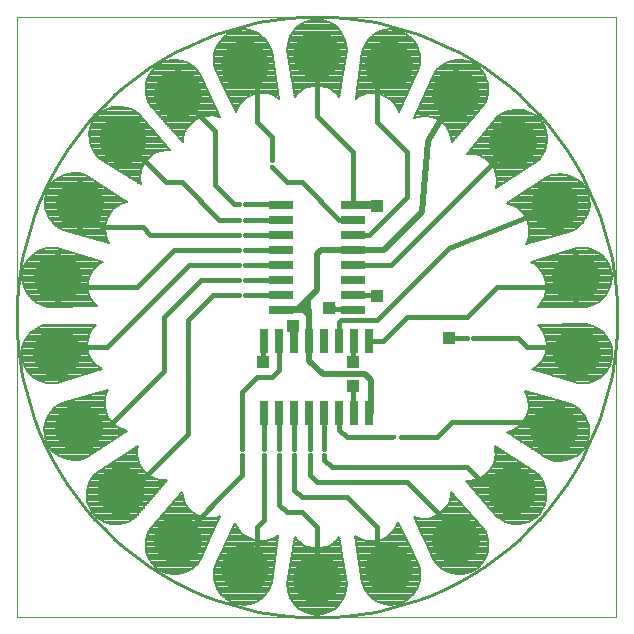
<source format=gtl>
G75*
G70*
%OFA0B0*%
%FSLAX24Y24*%
%IPPOS*%
%LPD*%
%AMOC8*
5,1,8,0,0,1.08239X$1,22.5*
%
%ADD10C,0.0000*%
%ADD11C,0.0100*%
%ADD12R,0.0300X0.0200*%
%ADD13R,0.0150X0.0410*%
%ADD14R,0.0230X0.0400*%
%ADD15R,0.0800X0.0260*%
%ADD16R,0.0260X0.0800*%
%ADD17R,0.0169X0.0110*%
%ADD18R,0.0110X0.0169*%
%ADD19C,0.1600*%
%ADD20C,0.0080*%
%ADD21C,0.0160*%
%ADD22R,0.0396X0.0396*%
%ADD23C,0.0200*%
D10*
X000162Y000162D02*
X000162Y020159D01*
X020133Y020159D01*
X020133Y000162D01*
X000162Y000162D01*
D11*
X000150Y010162D02*
X000162Y010653D01*
X000198Y011143D01*
X000258Y011631D01*
X000342Y012115D01*
X000450Y012595D01*
X000581Y013068D01*
X000735Y013535D01*
X000912Y013993D01*
X001111Y014443D01*
X001332Y014882D01*
X001574Y015309D01*
X001837Y015724D01*
X002120Y016126D01*
X002423Y016514D01*
X002744Y016886D01*
X003082Y017242D01*
X003438Y017580D01*
X003810Y017901D01*
X004198Y018204D01*
X004600Y018487D01*
X005015Y018750D01*
X005442Y018992D01*
X005881Y019213D01*
X006331Y019412D01*
X006789Y019589D01*
X007256Y019743D01*
X007729Y019874D01*
X008209Y019982D01*
X008693Y020066D01*
X009181Y020126D01*
X009671Y020162D01*
X010162Y020174D01*
X010653Y020162D01*
X011143Y020126D01*
X011631Y020066D01*
X012115Y019982D01*
X012595Y019874D01*
X013068Y019743D01*
X013535Y019589D01*
X013993Y019412D01*
X014443Y019213D01*
X014882Y018992D01*
X015309Y018750D01*
X015724Y018487D01*
X016126Y018204D01*
X016514Y017901D01*
X016886Y017580D01*
X017242Y017242D01*
X017580Y016886D01*
X017901Y016514D01*
X018204Y016126D01*
X018487Y015724D01*
X018750Y015309D01*
X018992Y014882D01*
X019213Y014443D01*
X019412Y013993D01*
X019589Y013535D01*
X019743Y013068D01*
X019874Y012595D01*
X019982Y012115D01*
X020066Y011631D01*
X020126Y011143D01*
X020162Y010653D01*
X020174Y010162D01*
X020162Y009671D01*
X020126Y009181D01*
X020066Y008693D01*
X019982Y008209D01*
X019874Y007729D01*
X019743Y007256D01*
X019589Y006789D01*
X019412Y006331D01*
X019213Y005881D01*
X018992Y005442D01*
X018750Y005015D01*
X018487Y004600D01*
X018204Y004198D01*
X017901Y003810D01*
X017580Y003438D01*
X017242Y003082D01*
X016886Y002744D01*
X016514Y002423D01*
X016126Y002120D01*
X015724Y001837D01*
X015309Y001574D01*
X014882Y001332D01*
X014443Y001111D01*
X013993Y000912D01*
X013535Y000735D01*
X013068Y000581D01*
X012595Y000450D01*
X012115Y000342D01*
X011631Y000258D01*
X011143Y000198D01*
X010653Y000162D01*
X010162Y000150D01*
X009671Y000162D01*
X009181Y000198D01*
X008693Y000258D01*
X008209Y000342D01*
X007729Y000450D01*
X007256Y000581D01*
X006789Y000735D01*
X006331Y000912D01*
X005881Y001111D01*
X005442Y001332D01*
X005015Y001574D01*
X004600Y001837D01*
X004198Y002120D01*
X003810Y002423D01*
X003438Y002744D01*
X003082Y003082D01*
X002744Y003438D01*
X002423Y003810D01*
X002120Y004198D01*
X001837Y004600D01*
X001574Y005015D01*
X001332Y005442D01*
X001111Y005881D01*
X000912Y006331D01*
X000735Y006789D01*
X000581Y007256D01*
X000450Y007729D01*
X000342Y008209D01*
X000258Y008693D01*
X000198Y009181D01*
X000162Y009671D01*
X000150Y010162D01*
D12*
X009812Y010562D03*
D13*
X009837Y010567D03*
D14*
X009877Y010562D03*
D15*
X008952Y010412D03*
X008952Y010912D03*
X008952Y011412D03*
X008952Y011912D03*
X008952Y012412D03*
X008952Y012912D03*
X008952Y013412D03*
X008952Y013912D03*
X011372Y013912D03*
X011372Y013412D03*
X011372Y012912D03*
X011372Y012412D03*
X011372Y011912D03*
X011372Y011412D03*
X011372Y010912D03*
X011372Y010412D03*
D16*
X011412Y009372D03*
X011912Y009372D03*
X010912Y009372D03*
X010412Y009372D03*
X009912Y009372D03*
X009412Y009372D03*
X008912Y009372D03*
X008412Y009372D03*
X008412Y006952D03*
X008912Y006952D03*
X009412Y006952D03*
X009912Y006952D03*
X010412Y006952D03*
X010912Y006952D03*
X011412Y006952D03*
X011912Y006952D03*
D17*
X010412Y005763D03*
X010412Y005562D03*
X009915Y005562D03*
X009915Y005763D03*
X009412Y005763D03*
X009412Y005562D03*
X008912Y005562D03*
X008912Y005763D03*
X008412Y005763D03*
X008412Y005562D03*
X007662Y005562D03*
X007662Y005763D03*
X008662Y015212D03*
X008662Y015413D03*
D18*
X007763Y013914D03*
X007562Y013914D03*
X007562Y013412D03*
X007763Y013412D03*
X007763Y012913D03*
X007562Y012913D03*
X007562Y012412D03*
X007763Y012412D03*
X007763Y011912D03*
X007562Y011912D03*
X007562Y011413D03*
X007763Y011413D03*
X007763Y010913D03*
X007562Y010913D03*
X012762Y006162D03*
X012963Y006162D03*
X015162Y009462D03*
X015363Y009462D03*
D19*
X018072Y006427D03*
X016673Y004370D03*
X014786Y002742D03*
X012559Y001754D03*
X010162Y001424D03*
X007766Y001754D03*
X005539Y002742D03*
X003621Y004370D03*
X002243Y006467D03*
X001507Y008964D03*
X001524Y011461D03*
X002253Y013898D03*
X003711Y016065D03*
X005539Y017583D03*
X007766Y018571D03*
X010162Y018901D03*
X012559Y018571D03*
X014786Y017583D03*
X016699Y015965D03*
X018082Y013858D03*
X018801Y011461D03*
X018821Y008964D03*
D20*
X018293Y008131D02*
X019576Y008131D01*
X019602Y008146D02*
X019722Y008249D01*
X019824Y008369D01*
X019906Y008503D01*
X019966Y008649D01*
X020003Y008802D01*
X020009Y008960D01*
X019990Y009116D01*
X019947Y009268D01*
X019881Y009411D01*
X019793Y009542D01*
X019686Y009657D01*
X019562Y009755D01*
X019425Y009831D01*
X019277Y009886D01*
X019122Y009916D01*
X017530Y009896D01*
X017629Y009789D01*
X017709Y009667D01*
X017769Y009534D01*
X017807Y009393D01*
X017823Y009248D01*
X017814Y009102D01*
X017783Y008959D01*
X017729Y008824D01*
X017655Y008698D01*
X017561Y008586D01*
X017451Y008491D01*
X017327Y008414D01*
X018855Y007966D01*
X019012Y007954D01*
X019169Y007966D01*
X019322Y008003D01*
X019468Y008064D01*
X019602Y008146D01*
X019675Y008209D02*
X018025Y008209D01*
X017757Y008288D02*
X019755Y008288D01*
X019821Y008366D02*
X017489Y008366D01*
X017377Y008445D02*
X019870Y008445D01*
X019914Y008523D02*
X017488Y008523D01*
X017574Y008602D02*
X019947Y008602D01*
X019974Y008680D02*
X017640Y008680D01*
X017691Y008759D02*
X019992Y008759D01*
X020004Y008837D02*
X017735Y008837D01*
X017766Y008916D02*
X020007Y008916D01*
X020005Y008994D02*
X017791Y008994D01*
X017808Y009073D02*
X019995Y009073D01*
X019980Y009151D02*
X017817Y009151D01*
X017822Y009230D02*
X019958Y009230D01*
X019928Y009308D02*
X017816Y009308D01*
X017808Y009387D02*
X019892Y009387D01*
X019844Y009465D02*
X017788Y009465D01*
X017765Y009544D02*
X019791Y009544D01*
X019719Y009622D02*
X017729Y009622D01*
X017687Y009701D02*
X019631Y009701D01*
X019518Y009779D02*
X017635Y009779D01*
X017565Y009858D02*
X019353Y009858D01*
X019268Y010545D02*
X019415Y010601D01*
X019552Y010679D01*
X019674Y010778D01*
X019780Y010895D01*
X019866Y011027D01*
X019931Y011171D01*
X019972Y011323D01*
X019989Y011480D01*
X019981Y011637D01*
X019942Y011790D01*
X019880Y011935D01*
X019796Y012068D01*
X019693Y012187D01*
X019572Y012288D01*
X019437Y012369D01*
X019290Y012427D01*
X019137Y012463D01*
X018980Y012473D01*
X018823Y012459D01*
X017300Y011993D01*
X017425Y011918D01*
X017537Y011823D01*
X017632Y011712D01*
X017708Y011588D01*
X017763Y011453D01*
X017796Y011311D01*
X017806Y011165D01*
X017793Y011020D01*
X017756Y010878D01*
X019765Y010878D01*
X019820Y010957D02*
X017777Y010957D01*
X017794Y011035D02*
X019870Y011035D01*
X019905Y011114D02*
X017801Y011114D01*
X017804Y011192D02*
X019936Y011192D01*
X019958Y011271D02*
X017799Y011271D01*
X017787Y011349D02*
X019975Y011349D01*
X019983Y011428D02*
X017769Y011428D01*
X017741Y011506D02*
X019987Y011506D01*
X019983Y011585D02*
X017709Y011585D01*
X017662Y011663D02*
X019974Y011663D01*
X019954Y011742D02*
X017607Y011742D01*
X017539Y011820D02*
X019929Y011820D01*
X019896Y011899D02*
X017448Y011899D01*
X017326Y011977D02*
X019854Y011977D01*
X019804Y012056D02*
X017505Y012056D01*
X017761Y012134D02*
X019739Y012134D01*
X019662Y012213D02*
X018018Y012213D01*
X018274Y012291D02*
X019567Y012291D01*
X019435Y012370D02*
X018530Y012370D01*
X018786Y012448D02*
X019200Y012448D01*
X018787Y013109D02*
X018648Y013035D01*
X017120Y012589D01*
X017183Y012721D01*
X017224Y012861D01*
X017243Y013005D01*
X017238Y013151D01*
X017210Y013294D01*
X017160Y013431D01*
X017088Y013559D01*
X016997Y013673D01*
X016889Y013771D01*
X016767Y013851D01*
X016633Y013910D01*
X016492Y013947D01*
X017823Y014822D01*
X017969Y014880D01*
X018123Y014913D01*
X018280Y014923D01*
X018437Y014908D01*
X018590Y014868D01*
X018734Y014805D01*
X018867Y014720D01*
X018985Y014615D01*
X019085Y014494D01*
X019165Y014358D01*
X019216Y014209D01*
X019244Y014054D01*
X019247Y013896D01*
X019226Y013740D01*
X019180Y013590D01*
X019112Y013448D01*
X019022Y013318D01*
X018913Y013205D01*
X018787Y013109D01*
X018725Y013076D02*
X017241Y013076D01*
X017242Y012998D02*
X018520Y012998D01*
X018847Y013155D02*
X017237Y013155D01*
X017222Y013233D02*
X018940Y013233D01*
X019015Y013312D02*
X017204Y013312D01*
X017175Y013390D02*
X019072Y013390D01*
X019122Y013469D02*
X017139Y013469D01*
X017095Y013547D02*
X019160Y013547D01*
X019191Y013626D02*
X017035Y013626D01*
X016963Y013704D02*
X019215Y013704D01*
X019232Y013783D02*
X016871Y013783D01*
X016743Y013861D02*
X019243Y013861D01*
X019247Y013940D02*
X016520Y013940D01*
X016600Y014018D02*
X019245Y014018D01*
X019237Y014097D02*
X016719Y014097D01*
X016839Y014175D02*
X019223Y014175D01*
X019201Y014254D02*
X016958Y014254D01*
X017078Y014332D02*
X019174Y014332D01*
X019134Y014411D02*
X017197Y014411D01*
X017316Y014489D02*
X019088Y014489D01*
X019024Y014568D02*
X017436Y014568D01*
X017555Y014646D02*
X018950Y014646D01*
X018860Y014725D02*
X017674Y014725D01*
X017794Y014803D02*
X018737Y014803D01*
X018537Y014882D02*
X017978Y014882D01*
X017492Y015353D02*
X015876Y015353D01*
X015829Y015399D02*
X015933Y015297D01*
X016020Y015180D01*
X016087Y015050D01*
X016133Y014911D01*
X016155Y014767D01*
X016155Y014621D01*
X016131Y014477D01*
X017473Y015334D01*
X017586Y015445D01*
X017679Y015571D01*
X017752Y015711D01*
X017802Y015860D01*
X017828Y016016D01*
X017830Y016173D01*
X017807Y016329D01*
X017759Y016480D01*
X017689Y016621D01*
X017598Y016749D01*
X017483Y016857D01*
X017353Y016946D01*
X017210Y017013D01*
X017059Y017057D01*
X016903Y017077D01*
X016745Y017072D01*
X016590Y017043D01*
X016442Y016990D01*
X016304Y016914D01*
X016179Y016818D01*
X015148Y015604D01*
X015294Y015608D01*
X015438Y015589D01*
X015578Y015547D01*
X015709Y015483D01*
X015829Y015399D01*
X015783Y015431D02*
X017572Y015431D01*
X017634Y015510D02*
X015655Y015510D01*
X015950Y015274D02*
X017379Y015274D01*
X017256Y015196D02*
X016008Y015196D01*
X016052Y015117D02*
X017133Y015117D01*
X017010Y015039D02*
X016091Y015039D01*
X016117Y014960D02*
X016887Y014960D01*
X016764Y014882D02*
X016137Y014882D01*
X016150Y014803D02*
X016642Y014803D01*
X016519Y014725D02*
X016155Y014725D01*
X016155Y014646D02*
X016396Y014646D01*
X016273Y014568D02*
X016146Y014568D01*
X016150Y014489D02*
X016133Y014489D01*
X015442Y015588D02*
X017688Y015588D01*
X017729Y015667D02*
X015201Y015667D01*
X015267Y015745D02*
X017764Y015745D01*
X017790Y015824D02*
X015334Y015824D01*
X015401Y015902D02*
X017809Y015902D01*
X017822Y015981D02*
X015467Y015981D01*
X015534Y016059D02*
X017829Y016059D01*
X017829Y016138D02*
X015601Y016138D01*
X015668Y016216D02*
X017823Y016216D01*
X017812Y016295D02*
X015734Y016295D01*
X015801Y016373D02*
X017793Y016373D01*
X017768Y016452D02*
X015868Y016452D01*
X015935Y016530D02*
X017734Y016530D01*
X017695Y016609D02*
X016001Y016609D01*
X016068Y016687D02*
X017642Y016687D01*
X017580Y016766D02*
X016135Y016766D01*
X016213Y016844D02*
X017496Y016844D01*
X017386Y016923D02*
X016319Y016923D01*
X016473Y017001D02*
X017235Y017001D01*
X015838Y017480D02*
X015869Y017635D01*
X015875Y017792D01*
X015856Y017949D01*
X015813Y018100D01*
X013979Y018100D01*
X014014Y018179D02*
X015777Y018179D01*
X015747Y018243D02*
X015660Y018374D01*
X015553Y018490D01*
X015429Y018588D01*
X015288Y018659D01*
X015139Y018708D01*
X014983Y018732D01*
X014825Y018732D01*
X014670Y018707D01*
X014520Y018659D01*
X014380Y018587D01*
X014252Y018494D01*
X014141Y018383D01*
X014048Y018255D01*
X013399Y016801D01*
X013538Y016846D01*
X013682Y016868D01*
X013828Y016867D01*
X013972Y016843D01*
X014110Y016795D01*
X014239Y016727D01*
X014355Y016639D01*
X014456Y016533D01*
X014539Y016413D01*
X014601Y016281D01*
X014641Y016140D01*
X014659Y015995D01*
X015707Y017195D01*
X015783Y017332D01*
X015838Y017480D01*
X015835Y017472D02*
X013698Y017472D01*
X013663Y017394D02*
X015806Y017394D01*
X015774Y017315D02*
X013628Y017315D01*
X013593Y017237D02*
X015730Y017237D01*
X015674Y017158D02*
X013558Y017158D01*
X013523Y017080D02*
X015606Y017080D01*
X015537Y017001D02*
X013488Y017001D01*
X013453Y016923D02*
X015469Y016923D01*
X015400Y016844D02*
X013963Y016844D01*
X014166Y016766D02*
X015332Y016766D01*
X015263Y016687D02*
X014291Y016687D01*
X014384Y016609D02*
X015195Y016609D01*
X015126Y016530D02*
X014458Y016530D01*
X014512Y016452D02*
X015057Y016452D01*
X014989Y016373D02*
X014557Y016373D01*
X014594Y016295D02*
X014920Y016295D01*
X014852Y016216D02*
X014620Y016216D01*
X014642Y016138D02*
X014783Y016138D01*
X014715Y016059D02*
X014651Y016059D01*
X013531Y016844D02*
X013418Y016844D01*
X012914Y017080D02*
X012854Y017080D01*
X012825Y017146D02*
X012883Y017012D01*
X013551Y018457D01*
X013587Y018611D01*
X013597Y018768D01*
X013583Y018925D01*
X013545Y019078D01*
X013483Y019223D01*
X013400Y019356D01*
X011837Y019356D01*
X011791Y019296D02*
X011887Y019421D01*
X012002Y019529D01*
X012132Y019618D01*
X012274Y019686D01*
X012425Y019730D01*
X012582Y019750D01*
X012739Y019745D01*
X012894Y019716D01*
X013040Y019657D01*
X013175Y019576D01*
X013296Y019475D01*
X013400Y019356D01*
X013449Y019278D02*
X011780Y019278D01*
X011791Y019296D02*
X011715Y019158D01*
X011662Y019010D01*
X011447Y017432D01*
X011568Y017514D01*
X011700Y017576D01*
X011840Y017615D01*
X011985Y017632D01*
X012131Y017626D01*
X012274Y017596D01*
X012410Y017544D01*
X012537Y017471D01*
X012650Y017379D01*
X012747Y017270D01*
X012825Y017146D01*
X012818Y017158D02*
X012950Y017158D01*
X012986Y017237D02*
X012768Y017237D01*
X012706Y017315D02*
X013023Y017315D01*
X013059Y017394D02*
X012632Y017394D01*
X012535Y017472D02*
X013095Y017472D01*
X013132Y017551D02*
X012394Y017551D01*
X012059Y017629D02*
X013168Y017629D01*
X013204Y017708D02*
X011484Y017708D01*
X011495Y017786D02*
X013241Y017786D01*
X013277Y017865D02*
X011506Y017865D01*
X011516Y017943D02*
X013313Y017943D01*
X013350Y018022D02*
X011527Y018022D01*
X011538Y018100D02*
X013386Y018100D01*
X013422Y018179D02*
X011549Y018179D01*
X011559Y018257D02*
X013459Y018257D01*
X013495Y018336D02*
X011570Y018336D01*
X011581Y018414D02*
X013531Y018414D01*
X013559Y018493D02*
X011591Y018493D01*
X011602Y018571D02*
X013577Y018571D01*
X013589Y018650D02*
X011613Y018650D01*
X011624Y018728D02*
X013595Y018728D01*
X013594Y018807D02*
X011634Y018807D01*
X011645Y018885D02*
X013587Y018885D01*
X013574Y018964D02*
X011656Y018964D01*
X011674Y019042D02*
X013554Y019042D01*
X013527Y019121D02*
X011702Y019121D01*
X011737Y019199D02*
X013494Y019199D01*
X013332Y019435D02*
X011901Y019435D01*
X011984Y019513D02*
X013251Y019513D01*
X013150Y019592D02*
X012093Y019592D01*
X012242Y019670D02*
X013008Y019670D01*
X012627Y019749D02*
X012571Y019749D01*
X011104Y019381D02*
X011137Y019227D01*
X011147Y019070D01*
X010911Y017495D01*
X010818Y017608D01*
X010708Y017704D01*
X010584Y017782D01*
X010450Y017839D01*
X010308Y017873D01*
X010162Y017885D01*
X010017Y017873D01*
X009875Y017839D01*
X009741Y017782D01*
X009617Y017704D01*
X009507Y017608D01*
X009414Y017495D01*
X009178Y019070D01*
X009188Y019227D01*
X009221Y019381D01*
X009279Y019528D01*
X009358Y019664D01*
X009458Y019786D01*
X009576Y019890D01*
X009709Y019975D01*
X009853Y020038D01*
X010006Y020078D01*
X010162Y020094D01*
X010319Y020078D01*
X010472Y020038D01*
X010616Y019975D01*
X010749Y019890D01*
X010867Y019786D01*
X010967Y019664D01*
X011046Y019528D01*
X011104Y019381D01*
X011109Y019356D02*
X009216Y019356D01*
X009199Y019278D02*
X011126Y019278D01*
X011139Y019199D02*
X009186Y019199D01*
X009181Y019121D02*
X011144Y019121D01*
X011143Y019042D02*
X009182Y019042D01*
X009194Y018964D02*
X011131Y018964D01*
X011119Y018885D02*
X009206Y018885D01*
X009218Y018807D02*
X011107Y018807D01*
X011095Y018728D02*
X009230Y018728D01*
X009241Y018650D02*
X011084Y018650D01*
X011072Y018571D02*
X009253Y018571D01*
X009265Y018493D02*
X011060Y018493D01*
X011048Y018414D02*
X009277Y018414D01*
X009288Y018336D02*
X011037Y018336D01*
X011025Y018257D02*
X009300Y018257D01*
X009312Y018179D02*
X011013Y018179D01*
X011001Y018100D02*
X009324Y018100D01*
X009335Y018022D02*
X010989Y018022D01*
X010978Y017943D02*
X009347Y017943D01*
X009359Y017865D02*
X009982Y017865D01*
X010343Y017865D02*
X010966Y017865D01*
X010954Y017786D02*
X010574Y017786D01*
X010702Y017708D02*
X010942Y017708D01*
X010931Y017629D02*
X010793Y017629D01*
X010865Y017551D02*
X010919Y017551D01*
X011452Y017472D02*
X011506Y017472D01*
X011463Y017551D02*
X011646Y017551D01*
X011474Y017629D02*
X011957Y017629D01*
X013733Y017551D02*
X015852Y017551D01*
X015867Y017629D02*
X013768Y017629D01*
X013803Y017708D02*
X015871Y017708D01*
X015874Y017786D02*
X013838Y017786D01*
X013874Y017865D02*
X015866Y017865D01*
X015857Y017943D02*
X013909Y017943D01*
X013944Y018022D02*
X015835Y018022D01*
X015813Y018100D02*
X015747Y018243D01*
X015738Y018257D02*
X014049Y018257D01*
X014106Y018336D02*
X015686Y018336D01*
X015623Y018414D02*
X014172Y018414D01*
X014250Y018493D02*
X015549Y018493D01*
X015450Y018571D02*
X014358Y018571D01*
X014502Y018650D02*
X015307Y018650D01*
X015009Y018728D02*
X014800Y018728D01*
X011083Y019435D02*
X009242Y019435D01*
X009273Y019513D02*
X011052Y019513D01*
X011009Y019592D02*
X009316Y019592D01*
X009364Y019670D02*
X010961Y019670D01*
X010897Y019749D02*
X009428Y019749D01*
X009505Y019827D02*
X010820Y019827D01*
X010725Y019906D02*
X009600Y019906D01*
X009729Y019984D02*
X010596Y019984D01*
X010379Y020063D02*
X009946Y020063D01*
X008541Y019278D02*
X006874Y019278D01*
X006834Y019212D02*
X006774Y019066D01*
X006737Y018913D01*
X006725Y018756D01*
X006738Y018598D01*
X006775Y018445D01*
X007462Y017008D01*
X007517Y017143D01*
X007594Y017267D01*
X007690Y017378D01*
X007802Y017471D01*
X007927Y017546D01*
X008063Y017600D01*
X008205Y017631D01*
X008351Y017639D01*
X008496Y017624D01*
X008637Y017586D01*
X008770Y017526D01*
X008892Y017446D01*
X008658Y019021D01*
X008603Y019169D01*
X008526Y019306D01*
X008428Y019429D01*
X008312Y019536D01*
X008181Y019623D01*
X008037Y019689D01*
X007886Y019731D01*
X007729Y019750D01*
X007572Y019743D01*
X007417Y019712D01*
X007272Y019651D01*
X007138Y019569D01*
X007018Y019466D01*
X006916Y019346D01*
X006834Y019212D01*
X006829Y019199D02*
X008586Y019199D01*
X008621Y019121D02*
X006796Y019121D01*
X006768Y019042D02*
X008650Y019042D01*
X008666Y018964D02*
X006750Y018964D01*
X006735Y018885D02*
X008678Y018885D01*
X008690Y018807D02*
X006729Y018807D01*
X006728Y018728D02*
X008701Y018728D01*
X008713Y018650D02*
X006734Y018650D01*
X006745Y018571D02*
X008725Y018571D01*
X008736Y018493D02*
X006764Y018493D01*
X006790Y018414D02*
X008748Y018414D01*
X008760Y018336D02*
X006828Y018336D01*
X006865Y018257D02*
X008771Y018257D01*
X008783Y018179D02*
X006903Y018179D01*
X006940Y018100D02*
X008795Y018100D01*
X008806Y018022D02*
X006978Y018022D01*
X007015Y017943D02*
X008818Y017943D01*
X008830Y017865D02*
X007053Y017865D01*
X007090Y017786D02*
X008842Y017786D01*
X008853Y017708D02*
X007128Y017708D01*
X007165Y017629D02*
X008196Y017629D01*
X008451Y017629D02*
X008865Y017629D01*
X008877Y017551D02*
X008717Y017551D01*
X008852Y017472D02*
X008888Y017472D01*
X009406Y017551D02*
X009460Y017551D01*
X009394Y017629D02*
X009532Y017629D01*
X009623Y017708D02*
X009383Y017708D01*
X009371Y017786D02*
X009751Y017786D01*
X007938Y017551D02*
X007203Y017551D01*
X007240Y017472D02*
X007803Y017472D01*
X007709Y017394D02*
X007278Y017394D01*
X007315Y017315D02*
X007636Y017315D01*
X007575Y017237D02*
X007353Y017237D01*
X007390Y017158D02*
X007527Y017158D01*
X007491Y017080D02*
X007428Y017080D01*
X006924Y016844D02*
X006853Y016844D01*
X006796Y016862D02*
X006936Y016819D01*
X006269Y018264D01*
X006175Y018391D01*
X006062Y018501D01*
X005933Y018592D01*
X005792Y018662D01*
X005642Y018709D01*
X005486Y018732D01*
X005328Y018730D01*
X005173Y018703D01*
X005024Y018653D01*
X004884Y018580D01*
X004761Y018481D01*
X004656Y018364D01*
X004570Y018232D01*
X004506Y018088D01*
X004465Y017936D01*
X004448Y017779D01*
X004456Y017622D01*
X004489Y017467D01*
X004545Y017320D01*
X004623Y017184D01*
X005685Y015997D01*
X005701Y016142D01*
X005740Y016283D01*
X005801Y016416D01*
X005882Y016537D01*
X005981Y016644D01*
X006097Y016734D01*
X006225Y016804D01*
X006362Y016853D01*
X006506Y016879D01*
X006652Y016882D01*
X006796Y016862D01*
X006888Y016923D02*
X004857Y016923D01*
X004787Y017001D02*
X006852Y017001D01*
X006815Y017080D02*
X004717Y017080D01*
X004646Y017158D02*
X006779Y017158D01*
X006743Y017237D02*
X004593Y017237D01*
X004548Y017315D02*
X006707Y017315D01*
X006671Y017394D02*
X004517Y017394D01*
X004488Y017472D02*
X006634Y017472D01*
X006598Y017551D02*
X004471Y017551D01*
X004456Y017629D02*
X006562Y017629D01*
X006526Y017708D02*
X004452Y017708D01*
X004449Y017786D02*
X006489Y017786D01*
X006453Y017865D02*
X004457Y017865D01*
X004467Y017943D02*
X006417Y017943D01*
X006381Y018022D02*
X004488Y018022D01*
X004511Y018100D02*
X006345Y018100D01*
X006308Y018179D02*
X004546Y018179D01*
X004586Y018257D02*
X006272Y018257D01*
X006216Y018336D02*
X004638Y018336D01*
X004701Y018414D02*
X006151Y018414D01*
X006070Y018493D02*
X004776Y018493D01*
X004873Y018571D02*
X005963Y018571D01*
X005817Y018650D02*
X005017Y018650D01*
X005318Y018728D02*
X005510Y018728D01*
X006924Y019356D02*
X008486Y019356D01*
X008422Y019435D02*
X006991Y019435D01*
X007073Y019513D02*
X008337Y019513D01*
X008228Y019592D02*
X007175Y019592D01*
X007317Y019670D02*
X008079Y019670D01*
X007738Y019749D02*
X007705Y019749D01*
X006338Y016844D02*
X004927Y016844D01*
X004998Y016766D02*
X006155Y016766D01*
X006037Y016687D02*
X005068Y016687D01*
X005138Y016609D02*
X005948Y016609D01*
X005877Y016530D02*
X005208Y016530D01*
X005279Y016452D02*
X005825Y016452D01*
X005781Y016373D02*
X005349Y016373D01*
X005419Y016295D02*
X005745Y016295D01*
X005722Y016216D02*
X005490Y016216D01*
X005560Y016138D02*
X005701Y016138D01*
X005692Y016059D02*
X005630Y016059D01*
X005267Y015724D02*
X004220Y016924D01*
X004095Y017019D01*
X003956Y017093D01*
X003807Y017144D01*
X003651Y017172D01*
X003494Y017175D01*
X003338Y017153D01*
X003187Y017107D01*
X003046Y017038D01*
X002916Y016947D01*
X002803Y016838D01*
X002713Y016709D01*
X002645Y016567D01*
X002599Y016416D01*
X002578Y016260D01*
X002581Y016102D01*
X002609Y015947D01*
X002661Y015798D01*
X002736Y015659D01*
X002831Y015534D01*
X002945Y015425D01*
X004297Y014584D01*
X004272Y014728D01*
X004269Y014874D01*
X004290Y015018D01*
X004334Y015158D01*
X004400Y015288D01*
X004485Y015407D01*
X004588Y015510D01*
X004707Y015595D01*
X004837Y015661D01*
X004976Y015705D01*
X005121Y015726D01*
X005267Y015724D01*
X005248Y015745D02*
X002690Y015745D01*
X002652Y015824D02*
X005179Y015824D01*
X005111Y015902D02*
X002625Y015902D01*
X002603Y015981D02*
X005043Y015981D01*
X004974Y016059D02*
X002589Y016059D01*
X002580Y016138D02*
X004906Y016138D01*
X004837Y016216D02*
X002579Y016216D01*
X002583Y016295D02*
X004769Y016295D01*
X004701Y016373D02*
X002593Y016373D01*
X002610Y016452D02*
X004632Y016452D01*
X004564Y016530D02*
X002634Y016530D01*
X002665Y016609D02*
X004495Y016609D01*
X004427Y016687D02*
X002703Y016687D01*
X002753Y016766D02*
X004359Y016766D01*
X004290Y016844D02*
X002809Y016844D01*
X002891Y016923D02*
X004222Y016923D01*
X004118Y017001D02*
X002993Y017001D01*
X003131Y017080D02*
X003981Y017080D01*
X003729Y017158D02*
X003376Y017158D01*
X002732Y015667D02*
X004856Y015667D01*
X004697Y015588D02*
X002790Y015588D01*
X002856Y015510D02*
X004588Y015510D01*
X004510Y015431D02*
X002938Y015431D01*
X003061Y015353D02*
X004446Y015353D01*
X004393Y015274D02*
X003187Y015274D01*
X003314Y015196D02*
X004353Y015196D01*
X004321Y015117D02*
X003440Y015117D01*
X003566Y015039D02*
X004297Y015039D01*
X004282Y014960D02*
X003692Y014960D01*
X003819Y014882D02*
X004270Y014882D01*
X004270Y014803D02*
X003945Y014803D01*
X004071Y014725D02*
X004272Y014725D01*
X004286Y014646D02*
X004198Y014646D01*
X003701Y014097D02*
X001091Y014097D01*
X001088Y014080D02*
X001087Y013922D01*
X001111Y013767D01*
X001158Y013616D01*
X001228Y013475D01*
X001320Y013347D01*
X001430Y013235D01*
X001557Y013141D01*
X001697Y013068D01*
X003231Y012641D01*
X003166Y012772D01*
X003123Y012911D01*
X003103Y013056D01*
X003106Y013202D01*
X003132Y013345D01*
X003180Y013483D01*
X003251Y013611D01*
X003340Y013726D01*
X003447Y013826D01*
X003568Y013907D01*
X003701Y013968D01*
X003842Y014007D01*
X002501Y014865D01*
X002353Y014921D01*
X002199Y014953D01*
X002042Y014960D01*
X001885Y014943D01*
X001733Y014902D01*
X001589Y014837D01*
X001458Y014751D01*
X001341Y014645D01*
X001242Y014522D01*
X001164Y014385D01*
X001114Y014235D01*
X001088Y014080D01*
X001088Y014018D02*
X003824Y014018D01*
X003640Y013940D02*
X001087Y013940D01*
X001096Y013861D02*
X003500Y013861D01*
X003401Y013783D02*
X001108Y013783D01*
X001130Y013704D02*
X003323Y013704D01*
X003262Y013626D02*
X001155Y013626D01*
X001193Y013547D02*
X003216Y013547D01*
X003175Y013469D02*
X001233Y013469D01*
X001289Y013390D02*
X003148Y013390D01*
X003126Y013312D02*
X001355Y013312D01*
X001433Y013233D02*
X003111Y013233D01*
X003105Y013155D02*
X001539Y013155D01*
X001682Y013076D02*
X003103Y013076D01*
X003111Y012998D02*
X001951Y012998D01*
X002233Y012919D02*
X003122Y012919D01*
X003145Y012841D02*
X002514Y012841D01*
X002796Y012762D02*
X003171Y012762D01*
X003210Y012684D02*
X003078Y012684D01*
X002867Y012056D02*
X000521Y012056D01*
X000439Y011922D01*
X000379Y011776D01*
X000342Y011623D01*
X000336Y011465D01*
X000355Y011309D01*
X000398Y011157D01*
X000464Y011014D01*
X000552Y010883D01*
X000659Y010768D01*
X000783Y010670D01*
X000920Y010594D01*
X001068Y010539D01*
X001223Y010509D01*
X002815Y010529D01*
X002716Y010636D01*
X002636Y010758D01*
X002576Y010891D01*
X002538Y011032D01*
X002522Y011177D01*
X002531Y011323D01*
X002562Y011466D01*
X002615Y011601D01*
X002690Y011727D01*
X002784Y011839D01*
X002894Y011934D01*
X003018Y012011D01*
X001490Y012459D01*
X001333Y012471D01*
X001176Y012459D01*
X001023Y012422D01*
X000877Y012361D01*
X000743Y012279D01*
X000623Y012176D01*
X000521Y012056D01*
X000473Y011977D02*
X002963Y011977D01*
X002853Y011899D02*
X000429Y011899D01*
X000397Y011820D02*
X002768Y011820D01*
X002702Y011742D02*
X000371Y011742D01*
X000352Y011663D02*
X002652Y011663D01*
X002609Y011585D02*
X000341Y011585D01*
X000338Y011506D02*
X002578Y011506D01*
X002553Y011428D02*
X000341Y011428D01*
X000350Y011349D02*
X002536Y011349D01*
X002528Y011271D02*
X000366Y011271D01*
X000388Y011192D02*
X002523Y011192D01*
X002529Y011114D02*
X000418Y011114D01*
X000455Y011035D02*
X002537Y011035D01*
X002558Y010957D02*
X000503Y010957D01*
X000557Y010878D02*
X002582Y010878D01*
X002617Y010800D02*
X000630Y010800D01*
X000718Y010721D02*
X002660Y010721D01*
X002712Y010643D02*
X000833Y010643D01*
X001001Y010564D02*
X002783Y010564D01*
X002787Y009912D02*
X001194Y009913D01*
X001040Y009880D01*
X000893Y009824D01*
X000756Y009746D01*
X000634Y009647D01*
X000528Y009530D01*
X000442Y009398D01*
X000377Y009254D01*
X000336Y009102D01*
X000319Y008945D01*
X000327Y008788D01*
X000366Y008635D01*
X000428Y008490D01*
X000511Y008357D01*
X000615Y008238D01*
X000736Y008137D01*
X000871Y008056D01*
X001017Y007997D01*
X001171Y007962D01*
X001328Y007952D01*
X001485Y007966D01*
X003008Y008432D01*
X002883Y008507D01*
X002771Y008602D01*
X002676Y008713D01*
X002600Y008837D01*
X002545Y008972D01*
X002512Y009114D01*
X002502Y009260D01*
X002515Y009405D01*
X002552Y009547D01*
X002610Y009681D01*
X002689Y009803D01*
X002787Y009912D01*
X002738Y009858D02*
X000981Y009858D01*
X000815Y009779D02*
X002674Y009779D01*
X002623Y009701D02*
X000700Y009701D01*
X000611Y009622D02*
X002584Y009622D01*
X002551Y009544D02*
X000540Y009544D01*
X000486Y009465D02*
X002531Y009465D01*
X002513Y009387D02*
X000437Y009387D01*
X000402Y009308D02*
X002506Y009308D01*
X002504Y009230D02*
X000371Y009230D01*
X000350Y009151D02*
X002509Y009151D01*
X002521Y009073D02*
X000333Y009073D01*
X000325Y008994D02*
X002540Y008994D01*
X002568Y008916D02*
X000321Y008916D01*
X000325Y008837D02*
X002600Y008837D01*
X002648Y008759D02*
X000335Y008759D01*
X000355Y008680D02*
X002704Y008680D01*
X002771Y008602D02*
X000380Y008602D01*
X000414Y008523D02*
X002864Y008523D01*
X002987Y008445D02*
X000456Y008445D01*
X000506Y008366D02*
X002792Y008366D01*
X002536Y008288D02*
X000572Y008288D01*
X000650Y008209D02*
X002279Y008209D01*
X002023Y008131D02*
X000747Y008131D01*
X000882Y008052D02*
X001767Y008052D01*
X001511Y007974D02*
X001122Y007974D01*
X001538Y007216D02*
X001412Y007120D01*
X001303Y007007D01*
X001213Y006877D01*
X001145Y006735D01*
X001099Y006585D01*
X001077Y006429D01*
X001081Y006271D01*
X001109Y006116D01*
X001160Y005967D01*
X001240Y005831D01*
X001340Y005710D01*
X001458Y005605D01*
X001591Y005520D01*
X001735Y005457D01*
X001888Y005417D01*
X002045Y005402D01*
X002202Y005412D01*
X002356Y005445D01*
X002502Y005503D01*
X003833Y006378D01*
X003692Y006415D01*
X003558Y006474D01*
X003436Y006554D01*
X003328Y006652D01*
X003237Y006766D01*
X003165Y006894D01*
X003115Y007030D01*
X003087Y007174D01*
X003082Y007320D01*
X003101Y007464D01*
X003142Y007604D01*
X003205Y007736D01*
X001677Y007290D01*
X001538Y007216D01*
X001502Y007189D02*
X003086Y007189D01*
X003084Y007267D02*
X001634Y007267D01*
X001867Y007346D02*
X003085Y007346D01*
X003096Y007424D02*
X002136Y007424D01*
X002405Y007503D02*
X003112Y007503D01*
X003135Y007581D02*
X002674Y007581D01*
X002943Y007660D02*
X003169Y007660D01*
X003099Y007110D02*
X001402Y007110D01*
X001327Y007032D02*
X003115Y007032D01*
X003143Y006953D02*
X001266Y006953D01*
X001212Y006875D02*
X003176Y006875D01*
X003220Y006796D02*
X001174Y006796D01*
X001139Y006718D02*
X003276Y006718D01*
X003342Y006639D02*
X001115Y006639D01*
X001096Y006561D02*
X003429Y006561D01*
X003546Y006482D02*
X001085Y006482D01*
X001078Y006404D02*
X003736Y006404D01*
X003752Y006325D02*
X001080Y006325D01*
X001085Y006247D02*
X003633Y006247D01*
X003514Y006168D02*
X001099Y006168D01*
X001118Y006090D02*
X003394Y006090D01*
X003275Y006011D02*
X001145Y006011D01*
X001181Y005933D02*
X003156Y005933D01*
X003036Y005854D02*
X001227Y005854D01*
X001286Y005776D02*
X002917Y005776D01*
X002798Y005697D02*
X001354Y005697D01*
X001443Y005619D02*
X002678Y005619D01*
X002559Y005540D02*
X001560Y005540D01*
X001725Y005462D02*
X002397Y005462D01*
X002847Y005001D02*
X002734Y004890D01*
X002641Y004764D01*
X002568Y004624D01*
X002518Y004475D01*
X002492Y004319D01*
X002490Y004162D01*
X002513Y004006D01*
X002561Y003855D01*
X002631Y003714D01*
X002722Y003586D01*
X002837Y003478D01*
X002967Y003389D01*
X003110Y003322D01*
X003261Y003278D01*
X003417Y003258D01*
X003575Y003263D01*
X003730Y003292D01*
X003878Y003345D01*
X004016Y003421D01*
X004141Y003517D01*
X005172Y004731D01*
X005026Y004727D01*
X004882Y004746D01*
X004742Y004788D01*
X004611Y004852D01*
X004491Y004936D01*
X004387Y005038D01*
X004300Y005155D01*
X004233Y005285D01*
X004187Y005424D01*
X004165Y005568D01*
X004165Y005714D01*
X004189Y005858D01*
X002847Y005001D01*
X002836Y004991D02*
X004435Y004991D01*
X004364Y005069D02*
X002954Y005069D01*
X003077Y005148D02*
X004306Y005148D01*
X004263Y005226D02*
X003200Y005226D01*
X003323Y005305D02*
X004226Y005305D01*
X004201Y005383D02*
X003445Y005383D01*
X003568Y005462D02*
X004181Y005462D01*
X004169Y005540D02*
X003691Y005540D01*
X003814Y005619D02*
X004165Y005619D01*
X004165Y005697D02*
X003937Y005697D01*
X004060Y005776D02*
X004175Y005776D01*
X004183Y005854D02*
X004188Y005854D01*
X004525Y004912D02*
X002757Y004912D01*
X002692Y004834D02*
X004649Y004834D01*
X004851Y004755D02*
X002636Y004755D01*
X002595Y004677D02*
X005126Y004677D01*
X005060Y004598D02*
X002559Y004598D01*
X002533Y004520D02*
X004993Y004520D01*
X004926Y004441D02*
X002512Y004441D01*
X002499Y004363D02*
X004859Y004363D01*
X004793Y004284D02*
X002491Y004284D01*
X002491Y004206D02*
X004726Y004206D01*
X004659Y004127D02*
X002495Y004127D01*
X002507Y004049D02*
X004592Y004049D01*
X004526Y003970D02*
X002525Y003970D01*
X002549Y003892D02*
X004459Y003892D01*
X004392Y003813D02*
X002582Y003813D01*
X002621Y003735D02*
X004326Y003735D01*
X004259Y003656D02*
X002673Y003656D01*
X002732Y003578D02*
X004192Y003578D01*
X004117Y003499D02*
X002815Y003499D01*
X002922Y003421D02*
X004016Y003421D01*
X003869Y003342D02*
X003068Y003342D01*
X003374Y003264D02*
X003579Y003264D01*
X004487Y002845D02*
X004456Y002690D01*
X004450Y002533D01*
X004469Y002376D01*
X004512Y002225D01*
X004578Y002082D01*
X004665Y001951D01*
X004772Y001835D01*
X004896Y001737D01*
X005037Y001666D01*
X005186Y001617D01*
X005342Y001593D01*
X005500Y001593D01*
X005655Y001618D01*
X005805Y001666D01*
X005945Y001738D01*
X006073Y001831D01*
X006184Y001942D01*
X006277Y002070D01*
X006926Y003524D01*
X006787Y003479D01*
X006643Y003457D01*
X006497Y003458D01*
X006353Y003482D01*
X006215Y003530D01*
X006086Y003598D01*
X005970Y003686D01*
X005869Y003792D01*
X005786Y003912D01*
X005724Y004044D01*
X005684Y004185D01*
X005666Y004330D01*
X004618Y003130D01*
X004542Y002993D01*
X004487Y002845D01*
X004497Y002871D02*
X006635Y002871D01*
X006670Y002950D02*
X004526Y002950D01*
X004561Y003028D02*
X006705Y003028D01*
X006740Y003107D02*
X004605Y003107D01*
X004666Y003185D02*
X006775Y003185D01*
X006810Y003264D02*
X004735Y003264D01*
X004804Y003342D02*
X006845Y003342D01*
X006880Y003421D02*
X004872Y003421D01*
X004941Y003499D02*
X006305Y003499D01*
X006125Y003578D02*
X005009Y003578D01*
X005078Y003656D02*
X006010Y003656D01*
X005924Y003735D02*
X005146Y003735D01*
X005215Y003813D02*
X005855Y003813D01*
X005801Y003892D02*
X005283Y003892D01*
X005352Y003970D02*
X005759Y003970D01*
X005723Y004049D02*
X005421Y004049D01*
X005489Y004127D02*
X005700Y004127D01*
X005681Y004206D02*
X005558Y004206D01*
X005626Y004284D02*
X005671Y004284D01*
X006850Y003499D02*
X006915Y003499D01*
X007420Y003264D02*
X007463Y003264D01*
X007442Y003313D02*
X006774Y001868D01*
X006738Y001714D01*
X006728Y001557D01*
X006742Y001400D01*
X006780Y001247D01*
X006842Y001102D01*
X006925Y000969D01*
X007029Y000850D01*
X007150Y000749D01*
X007285Y000668D01*
X007431Y000609D01*
X007586Y000580D01*
X007743Y000575D01*
X007900Y000595D01*
X008051Y000639D01*
X008193Y000707D01*
X008323Y000796D01*
X008438Y000904D01*
X008534Y001029D01*
X008610Y001167D01*
X008663Y001315D01*
X008878Y002893D01*
X008757Y002811D01*
X008625Y002749D01*
X008485Y002710D01*
X008340Y002693D01*
X008194Y002699D01*
X008051Y002729D01*
X007915Y002781D01*
X007788Y002854D01*
X007675Y002946D01*
X007578Y003055D01*
X007500Y003179D01*
X007442Y003313D01*
X007497Y003185D02*
X007383Y003185D01*
X007347Y003107D02*
X007546Y003107D01*
X007602Y003028D02*
X007311Y003028D01*
X007274Y002950D02*
X007672Y002950D01*
X007767Y002871D02*
X007238Y002871D01*
X007202Y002793D02*
X007894Y002793D01*
X008122Y002714D02*
X007165Y002714D01*
X007129Y002636D02*
X008843Y002636D01*
X008854Y002714D02*
X008501Y002714D01*
X008718Y002793D02*
X008865Y002793D01*
X008875Y002871D02*
X008846Y002871D01*
X008832Y002557D02*
X007093Y002557D01*
X007056Y002479D02*
X008822Y002479D01*
X008811Y002400D02*
X007020Y002400D01*
X006984Y002322D02*
X008800Y002322D01*
X008790Y002243D02*
X006947Y002243D01*
X006911Y002165D02*
X008779Y002165D01*
X008768Y002086D02*
X006875Y002086D01*
X006838Y002008D02*
X008757Y002008D01*
X008747Y001929D02*
X006802Y001929D01*
X006770Y001851D02*
X008736Y001851D01*
X008725Y001772D02*
X006752Y001772D01*
X006737Y001694D02*
X008715Y001694D01*
X008704Y001615D02*
X006732Y001615D01*
X006729Y001537D02*
X008693Y001537D01*
X008682Y001458D02*
X006736Y001458D01*
X006747Y001380D02*
X008672Y001380D01*
X008658Y001301D02*
X006766Y001301D01*
X006790Y001223D02*
X008630Y001223D01*
X008597Y001144D02*
X006824Y001144D01*
X006865Y001066D02*
X008555Y001066D01*
X008502Y000987D02*
X006914Y000987D01*
X006978Y000909D02*
X008442Y000909D01*
X008360Y000830D02*
X007052Y000830D01*
X007146Y000752D02*
X008259Y000752D01*
X008122Y000673D02*
X007276Y000673D01*
X007507Y000595D02*
X007895Y000595D01*
X009221Y000944D02*
X009279Y000797D01*
X009358Y000661D01*
X009458Y000539D01*
X009576Y000435D01*
X009709Y000350D01*
X009853Y000287D01*
X010006Y000247D01*
X010162Y000231D01*
X010319Y000247D01*
X010472Y000287D01*
X010616Y000350D01*
X010749Y000435D01*
X010867Y000539D01*
X010967Y000661D01*
X011046Y000797D01*
X011104Y000944D01*
X011137Y001098D01*
X011147Y001255D01*
X010911Y002830D01*
X010818Y002717D01*
X010708Y002621D01*
X010584Y002543D01*
X010450Y002486D01*
X010308Y002452D01*
X010162Y002440D01*
X010017Y002452D01*
X009875Y002486D01*
X009741Y002543D01*
X009617Y002621D01*
X009507Y002717D01*
X009414Y002830D01*
X009178Y001255D01*
X009188Y001098D01*
X009221Y000944D01*
X009235Y000909D02*
X011090Y000909D01*
X011113Y000987D02*
X009212Y000987D01*
X009195Y001066D02*
X011130Y001066D01*
X011140Y001144D02*
X009185Y001144D01*
X009180Y001223D02*
X011145Y001223D01*
X011140Y001301D02*
X009185Y001301D01*
X009197Y001380D02*
X011128Y001380D01*
X011116Y001458D02*
X009209Y001458D01*
X009220Y001537D02*
X011105Y001537D01*
X011093Y001615D02*
X009232Y001615D01*
X009244Y001694D02*
X011081Y001694D01*
X011069Y001772D02*
X009256Y001772D01*
X009268Y001851D02*
X011057Y001851D01*
X011046Y001929D02*
X009279Y001929D01*
X009291Y002008D02*
X011034Y002008D01*
X011022Y002086D02*
X009303Y002086D01*
X009315Y002165D02*
X011010Y002165D01*
X010999Y002243D02*
X009326Y002243D01*
X009338Y002322D02*
X010987Y002322D01*
X010975Y002400D02*
X009350Y002400D01*
X009362Y002479D02*
X009907Y002479D01*
X009719Y002557D02*
X009374Y002557D01*
X009385Y002636D02*
X009600Y002636D01*
X009511Y002714D02*
X009397Y002714D01*
X009409Y002793D02*
X009445Y002793D01*
X010417Y002479D02*
X010963Y002479D01*
X010951Y002557D02*
X010606Y002557D01*
X010725Y002636D02*
X010940Y002636D01*
X010928Y002714D02*
X010814Y002714D01*
X010880Y002793D02*
X010916Y002793D01*
X011434Y002871D02*
X011445Y002871D01*
X011433Y002879D02*
X011667Y001304D01*
X011722Y001156D01*
X011799Y001019D01*
X011897Y000896D01*
X012013Y000789D01*
X012144Y000702D01*
X012288Y000636D01*
X012439Y000594D01*
X012596Y000575D01*
X012753Y000582D01*
X012908Y000613D01*
X013053Y000674D01*
X013187Y000756D01*
X013307Y000859D01*
X013409Y000979D01*
X013491Y001113D01*
X013551Y001259D01*
X013588Y001412D01*
X013600Y001569D01*
X013587Y001727D01*
X013550Y001880D01*
X012863Y003317D01*
X012807Y003182D01*
X012731Y003058D01*
X012635Y002947D01*
X012523Y002854D01*
X012398Y002779D01*
X012262Y002725D01*
X012119Y002694D01*
X011974Y002686D01*
X011829Y002701D01*
X011688Y002739D01*
X011555Y002799D01*
X011433Y002879D01*
X011446Y002793D02*
X011568Y002793D01*
X011457Y002714D02*
X011779Y002714D01*
X011469Y002636D02*
X013189Y002636D01*
X013151Y002714D02*
X012212Y002714D01*
X012421Y002793D02*
X013114Y002793D01*
X013076Y002871D02*
X012544Y002871D01*
X012637Y002950D02*
X013039Y002950D01*
X013001Y003028D02*
X012705Y003028D01*
X012761Y003107D02*
X012964Y003107D01*
X012926Y003185D02*
X012809Y003185D01*
X012841Y003264D02*
X012889Y003264D01*
X013393Y003499D02*
X013413Y003499D01*
X013389Y003506D02*
X014056Y002060D01*
X014150Y001934D01*
X014263Y001824D01*
X014392Y001733D01*
X014533Y001663D01*
X014683Y001616D01*
X014839Y001593D01*
X014997Y001595D01*
X015152Y001622D01*
X015301Y001672D01*
X015441Y001745D01*
X015564Y001844D01*
X015669Y001961D01*
X015755Y002093D01*
X015819Y002237D01*
X015860Y002389D01*
X015877Y002546D01*
X015869Y002703D01*
X015836Y002858D01*
X015780Y003005D01*
X015702Y003141D01*
X014640Y004328D01*
X014624Y004183D01*
X014585Y004042D01*
X014524Y003909D01*
X014443Y003788D01*
X014344Y003681D01*
X014228Y003591D01*
X014100Y003521D01*
X013963Y003472D01*
X013819Y003446D01*
X013673Y003443D01*
X013529Y003463D01*
X013389Y003506D01*
X013429Y003421D02*
X015452Y003421D01*
X015381Y003499D02*
X014038Y003499D01*
X014203Y003578D02*
X015311Y003578D01*
X015241Y003656D02*
X014312Y003656D01*
X014393Y003735D02*
X015171Y003735D01*
X015100Y003813D02*
X014460Y003813D01*
X014512Y003892D02*
X015030Y003892D01*
X014960Y003970D02*
X014552Y003970D01*
X014587Y004049D02*
X014890Y004049D01*
X014819Y004127D02*
X014608Y004127D01*
X014626Y004206D02*
X014749Y004206D01*
X014679Y004284D02*
X014635Y004284D01*
X015118Y004711D02*
X016165Y003511D01*
X016290Y003416D01*
X016429Y003342D01*
X017226Y003342D01*
X017198Y003328D02*
X017339Y003397D01*
X017469Y003488D01*
X017582Y003597D01*
X017672Y003726D01*
X017740Y003868D01*
X017786Y004019D01*
X017807Y004175D01*
X017804Y004333D01*
X017776Y004488D01*
X017724Y004637D01*
X017649Y004775D01*
X017554Y004901D01*
X017440Y005010D01*
X016088Y005851D01*
X016113Y005707D01*
X016116Y005561D01*
X016095Y005417D01*
X016051Y005277D01*
X015985Y005147D01*
X015900Y005028D01*
X015797Y004925D01*
X015678Y004840D01*
X015548Y004774D01*
X015409Y004730D01*
X015264Y004709D01*
X015118Y004711D01*
X015149Y004677D02*
X017702Y004677D01*
X017737Y004598D02*
X015217Y004598D01*
X015286Y004520D02*
X017765Y004520D01*
X017784Y004441D02*
X015354Y004441D01*
X015422Y004363D02*
X017798Y004363D01*
X017805Y004284D02*
X015491Y004284D01*
X015559Y004206D02*
X017806Y004206D01*
X017801Y004127D02*
X015628Y004127D01*
X015696Y004049D02*
X017790Y004049D01*
X017771Y003970D02*
X015764Y003970D01*
X015833Y003892D02*
X017747Y003892D01*
X017714Y003813D02*
X015901Y003813D01*
X015970Y003735D02*
X017676Y003735D01*
X017623Y003656D02*
X016038Y003656D01*
X016106Y003578D02*
X017562Y003578D01*
X017480Y003499D02*
X016180Y003499D01*
X016284Y003421D02*
X017373Y003421D01*
X017198Y003328D02*
X017047Y003282D01*
X016891Y003260D01*
X016734Y003263D01*
X016578Y003291D01*
X016429Y003342D01*
X016732Y003264D02*
X016914Y003264D01*
X015867Y002714D02*
X013755Y002714D01*
X013791Y002636D02*
X015872Y002636D01*
X015876Y002557D02*
X013827Y002557D01*
X013863Y002479D02*
X015870Y002479D01*
X015861Y002400D02*
X013900Y002400D01*
X013936Y002322D02*
X015842Y002322D01*
X015821Y002243D02*
X013972Y002243D01*
X014008Y002165D02*
X015787Y002165D01*
X015750Y002086D02*
X014045Y002086D01*
X014096Y002008D02*
X015699Y002008D01*
X015640Y001929D02*
X014156Y001929D01*
X014236Y001851D02*
X015569Y001851D01*
X015474Y001772D02*
X014337Y001772D01*
X014471Y001694D02*
X015342Y001694D01*
X015113Y001615D02*
X014691Y001615D01*
X013596Y001615D02*
X011621Y001615D01*
X011633Y001537D02*
X013597Y001537D01*
X013591Y001458D02*
X011644Y001458D01*
X011656Y001380D02*
X013580Y001380D01*
X013561Y001301D02*
X011668Y001301D01*
X011698Y001223D02*
X013536Y001223D01*
X013504Y001144D02*
X011729Y001144D01*
X011773Y001066D02*
X013462Y001066D01*
X013414Y000987D02*
X011825Y000987D01*
X011887Y000909D02*
X013349Y000909D01*
X013273Y000830D02*
X011969Y000830D01*
X012069Y000752D02*
X013180Y000752D01*
X013052Y000673D02*
X012207Y000673D01*
X012436Y000595D02*
X012816Y000595D01*
X013590Y001694D02*
X011609Y001694D01*
X011598Y001772D02*
X013576Y001772D01*
X013557Y001851D02*
X011586Y001851D01*
X011574Y001929D02*
X013526Y001929D01*
X013489Y002008D02*
X011563Y002008D01*
X011551Y002086D02*
X013451Y002086D01*
X013414Y002165D02*
X011539Y002165D01*
X011527Y002243D02*
X013376Y002243D01*
X013339Y002322D02*
X011516Y002322D01*
X011504Y002400D02*
X013301Y002400D01*
X013264Y002479D02*
X011492Y002479D01*
X011481Y002557D02*
X013226Y002557D01*
X013719Y002793D02*
X015850Y002793D01*
X015831Y002871D02*
X013682Y002871D01*
X013646Y002950D02*
X015801Y002950D01*
X015767Y003028D02*
X013610Y003028D01*
X013574Y003107D02*
X015722Y003107D01*
X015662Y003185D02*
X013537Y003185D01*
X013501Y003264D02*
X015592Y003264D01*
X015522Y003342D02*
X013465Y003342D01*
X015487Y004755D02*
X017660Y004755D01*
X017605Y004834D02*
X015666Y004834D01*
X015779Y004912D02*
X017543Y004912D01*
X017461Y004991D02*
X015862Y004991D01*
X015929Y005069D02*
X017345Y005069D01*
X017219Y005148D02*
X015986Y005148D01*
X016025Y005226D02*
X017093Y005226D01*
X016967Y005305D02*
X016059Y005305D01*
X016084Y005383D02*
X016840Y005383D01*
X016714Y005462D02*
X016101Y005462D01*
X016113Y005540D02*
X016588Y005540D01*
X016461Y005619D02*
X016115Y005619D01*
X016114Y005697D02*
X016335Y005697D01*
X016209Y005776D02*
X016101Y005776D01*
X016595Y006247D02*
X019237Y006247D01*
X019236Y006245D02*
X019238Y006403D01*
X019214Y006558D01*
X019167Y006709D01*
X019097Y006850D01*
X019005Y006978D01*
X018895Y007090D01*
X018768Y007184D01*
X018628Y007257D01*
X017094Y007684D01*
X017159Y007553D01*
X017202Y007414D01*
X017222Y007269D01*
X017219Y007123D01*
X017193Y006980D01*
X017145Y006842D01*
X017074Y006714D01*
X016985Y006599D01*
X016878Y006499D01*
X016757Y006418D01*
X016624Y006357D01*
X016483Y006318D01*
X017824Y005460D01*
X017972Y005404D01*
X018126Y005372D01*
X018283Y005364D01*
X018440Y005382D01*
X018592Y005423D01*
X018736Y005488D01*
X018867Y005574D01*
X018984Y005680D01*
X019083Y005803D01*
X019161Y005940D01*
X019211Y006090D01*
X019236Y006245D01*
X019224Y006168D02*
X016718Y006168D01*
X016841Y006090D02*
X019211Y006090D01*
X019184Y006011D02*
X016963Y006011D01*
X017086Y005933D02*
X019156Y005933D01*
X019111Y005854D02*
X017208Y005854D01*
X017331Y005776D02*
X019060Y005776D01*
X018997Y005697D02*
X017454Y005697D01*
X017576Y005619D02*
X018916Y005619D01*
X018815Y005540D02*
X017699Y005540D01*
X017822Y005462D02*
X018677Y005462D01*
X018445Y005383D02*
X018073Y005383D01*
X019237Y006325D02*
X016507Y006325D01*
X016725Y006404D02*
X019238Y006404D01*
X019226Y006482D02*
X016852Y006482D01*
X016944Y006561D02*
X019214Y006561D01*
X019189Y006639D02*
X017016Y006639D01*
X017076Y006718D02*
X019163Y006718D01*
X019123Y006796D02*
X017119Y006796D01*
X017156Y006875D02*
X019079Y006875D01*
X019023Y006953D02*
X017184Y006953D01*
X017203Y007032D02*
X018952Y007032D01*
X018868Y007110D02*
X017217Y007110D01*
X017221Y007189D02*
X018759Y007189D01*
X018591Y007267D02*
X017222Y007267D01*
X017212Y007346D02*
X018309Y007346D01*
X018027Y007424D02*
X017199Y007424D01*
X017175Y007503D02*
X017746Y007503D01*
X017464Y007581D02*
X017145Y007581D01*
X017182Y007660D02*
X017106Y007660D01*
X018561Y008052D02*
X019439Y008052D01*
X019199Y007974D02*
X018829Y007974D01*
X019114Y010512D02*
X017521Y010513D01*
X017619Y010622D01*
X017698Y010744D01*
X017756Y010878D01*
X017722Y010800D02*
X019694Y010800D01*
X019603Y010721D02*
X017683Y010721D01*
X017632Y010643D02*
X019488Y010643D01*
X019319Y010564D02*
X017567Y010564D01*
X019114Y010512D02*
X019268Y010545D01*
X017713Y012762D02*
X017195Y012762D01*
X017218Y012841D02*
X017982Y012841D01*
X018251Y012919D02*
X017232Y012919D01*
X017165Y012684D02*
X017444Y012684D01*
X017175Y012605D02*
X017127Y012605D01*
X006600Y002793D02*
X004477Y002793D01*
X004461Y002714D02*
X006565Y002714D01*
X006530Y002636D02*
X004454Y002636D01*
X004451Y002557D02*
X006495Y002557D01*
X006460Y002479D02*
X004457Y002479D01*
X004466Y002400D02*
X006424Y002400D01*
X006389Y002322D02*
X004484Y002322D01*
X004507Y002243D02*
X006354Y002243D01*
X006319Y002165D02*
X004539Y002165D01*
X004576Y002086D02*
X006284Y002086D01*
X006232Y002008D02*
X004627Y002008D01*
X004685Y001929D02*
X006171Y001929D01*
X006093Y001851D02*
X004758Y001851D01*
X004852Y001772D02*
X005992Y001772D01*
X005858Y001694D02*
X004982Y001694D01*
X005201Y001615D02*
X005639Y001615D01*
X009266Y000830D02*
X011059Y000830D01*
X011020Y000752D02*
X009305Y000752D01*
X009351Y000673D02*
X010974Y000673D01*
X010912Y000595D02*
X009413Y000595D01*
X009485Y000516D02*
X010840Y000516D01*
X010752Y000438D02*
X009573Y000438D01*
X009694Y000359D02*
X010631Y000359D01*
X010448Y000281D02*
X009877Y000281D01*
X002599Y012134D02*
X000588Y012134D01*
X000666Y012213D02*
X002331Y012213D01*
X002063Y012291D02*
X000763Y012291D01*
X000898Y012370D02*
X001795Y012370D01*
X001527Y012448D02*
X001132Y012448D01*
X001104Y014175D02*
X003579Y014175D01*
X003456Y014254D02*
X001121Y014254D01*
X001147Y014332D02*
X003333Y014332D01*
X003211Y014411D02*
X001179Y014411D01*
X001224Y014489D02*
X003088Y014489D01*
X002966Y014568D02*
X001279Y014568D01*
X001343Y014646D02*
X002843Y014646D01*
X002720Y014725D02*
X001429Y014725D01*
X001538Y014803D02*
X002598Y014803D01*
X002457Y014882D02*
X001688Y014882D01*
X002038Y014960D02*
X002051Y014960D01*
D21*
X002253Y013898D02*
X002988Y013162D01*
X004362Y013162D01*
X004612Y012913D01*
X007562Y012913D01*
X007763Y012913D02*
X008952Y012913D01*
X008952Y012912D01*
X008952Y012412D02*
X007763Y012412D01*
X007763Y012412D01*
X007562Y012412D02*
X005412Y012412D01*
X004162Y011162D01*
X001823Y011162D01*
X001524Y011461D01*
X001722Y009162D02*
X001507Y008964D01*
X001722Y009162D02*
X003162Y009162D01*
X005912Y011912D01*
X007562Y011912D01*
X007763Y011912D02*
X007763Y011912D01*
X008952Y011912D01*
X008952Y011413D02*
X007763Y011413D01*
X007562Y011413D02*
X006313Y011413D01*
X005062Y010162D01*
X005062Y008362D01*
X003262Y006562D01*
X002338Y006562D01*
X002243Y006467D01*
X003621Y004370D02*
X003729Y004262D01*
X003862Y004262D01*
X005862Y006262D01*
X005862Y010062D01*
X006713Y010913D01*
X007562Y010913D01*
X007763Y010913D02*
X008952Y010913D01*
X008952Y010912D01*
X009002Y010462D02*
X008952Y010412D01*
X009912Y010412D01*
X009900Y010185D02*
X009614Y010471D01*
X009562Y010462D02*
X009002Y010462D01*
X009362Y009862D02*
X009412Y009372D01*
X008912Y009372D02*
X008912Y008412D01*
X008662Y008162D01*
X008162Y008162D01*
X007662Y007662D01*
X007662Y005763D01*
X007662Y005562D02*
X007662Y004896D01*
X005539Y002742D01*
X007766Y001754D02*
X008162Y002170D01*
X008162Y003162D01*
X008412Y003412D01*
X008412Y005562D01*
X008412Y005763D02*
X008412Y006952D01*
X008412Y006952D01*
X008912Y006952D02*
X008912Y005763D01*
X008912Y005562D02*
X008912Y003913D01*
X009162Y003662D01*
X009662Y003662D01*
X010162Y003162D01*
X010162Y001424D01*
X012162Y002169D02*
X012559Y001754D01*
X012162Y002169D02*
X012162Y003162D01*
X011162Y004162D01*
X009662Y004162D01*
X009412Y004413D01*
X009412Y005562D01*
X009412Y005763D02*
X009412Y006952D01*
X009412Y006952D01*
X009912Y006952D02*
X009915Y006952D01*
X009915Y005763D01*
X009915Y005562D02*
X009915Y004910D01*
X010162Y004662D01*
X013162Y004662D01*
X014662Y003162D01*
X014662Y002896D01*
X014786Y002742D01*
X015662Y004662D02*
X016381Y004662D01*
X016673Y004370D01*
X015662Y004662D02*
X015162Y005162D01*
X010662Y005162D01*
X010412Y005413D01*
X010412Y005562D01*
X010412Y005763D02*
X010412Y006952D01*
X010412Y006952D01*
X010912Y006952D02*
X010912Y006412D01*
X011162Y006162D01*
X012662Y006162D01*
X012963Y006162D02*
X014162Y006162D01*
X014662Y006662D01*
X017857Y006662D01*
X018072Y006427D01*
X018821Y008964D02*
X018602Y009162D01*
X017162Y009162D01*
X016862Y009462D01*
X015363Y009462D01*
X015162Y009462D02*
X014562Y009462D01*
X015162Y010162D02*
X016162Y011162D01*
X018162Y011162D01*
X018662Y011662D01*
X018082Y013858D02*
X014562Y012462D01*
X012162Y010062D01*
X010962Y010062D01*
X010912Y010012D01*
X010912Y009372D01*
X011362Y009372D02*
X011412Y009372D01*
X011362Y009372D02*
X011362Y008662D01*
X011362Y009262D01*
X011912Y009372D02*
X012372Y009372D01*
X013162Y010162D01*
X015162Y010162D01*
X012631Y011912D02*
X016699Y015965D01*
X013162Y015662D02*
X013162Y014162D01*
X011912Y012912D01*
X011372Y012912D01*
X011372Y013412D02*
X010912Y013412D01*
X009662Y014662D01*
X009162Y014662D01*
X008662Y015162D01*
X008662Y015413D02*
X008662Y016162D01*
X008162Y016662D01*
X008162Y018156D01*
X007766Y018571D01*
X006762Y016359D02*
X005539Y017583D01*
X006762Y016359D02*
X006762Y014562D01*
X007411Y013914D01*
X007562Y013914D01*
X007763Y013914D02*
X008952Y013914D01*
X008952Y013912D01*
X008952Y013412D02*
X007763Y013412D01*
X007763Y013412D01*
X007562Y013412D02*
X006913Y013412D01*
X005662Y014662D01*
X005114Y014662D01*
X003711Y016065D01*
X008952Y011413D02*
X008952Y011412D01*
X010562Y010462D02*
X011372Y010412D01*
X011372Y010912D02*
X012162Y010912D01*
X012162Y010862D01*
X012631Y011912D02*
X011372Y011912D01*
X011372Y013862D02*
X012162Y013862D01*
X012162Y013962D01*
X011662Y013962D01*
X011372Y013912D02*
X011372Y015652D01*
X010162Y016862D01*
X010162Y018862D01*
X012162Y018155D02*
X012559Y018571D01*
X012162Y018155D02*
X012162Y016662D01*
X013162Y015662D01*
X011372Y013912D02*
X011372Y013862D01*
X008412Y009372D02*
X008362Y009372D01*
X008362Y008662D01*
X008912Y006952D02*
X008912Y006952D01*
X011362Y006952D02*
X011362Y007862D01*
X011362Y006952D02*
X011412Y006952D01*
X011912Y006952D02*
X011962Y007002D01*
D22*
X011362Y007862D03*
X011362Y008662D03*
X010562Y010462D03*
X009362Y009862D03*
X008362Y008662D03*
X012162Y010862D03*
X014562Y009462D03*
X012162Y013862D03*
D23*
X012412Y012412D02*
X011372Y012412D01*
X010312Y012412D01*
X010162Y012262D01*
X010162Y011062D01*
X009562Y010462D01*
X009912Y010412D02*
X009912Y009372D01*
X009912Y008712D01*
X010362Y008262D01*
X011762Y008262D01*
X011962Y008062D01*
X011962Y007002D01*
X012412Y012412D02*
X013662Y013662D01*
X013862Y016029D01*
X014786Y017583D01*
M02*

</source>
